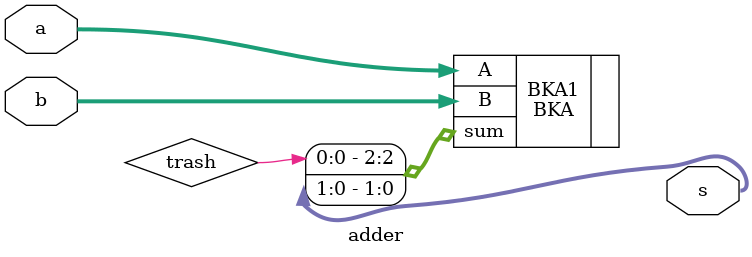
<source format=sv>

module adder #(parameter width = 2)(
    input logic [width-1:0] a,b,
    output logic [width-1:0] s
    );
    

    //assign s = a + b;
    logic trash;
    BKA #(.width(width)) BKA1(.A(a), .B(b), .sum({trash, s}));
endmodule

</source>
